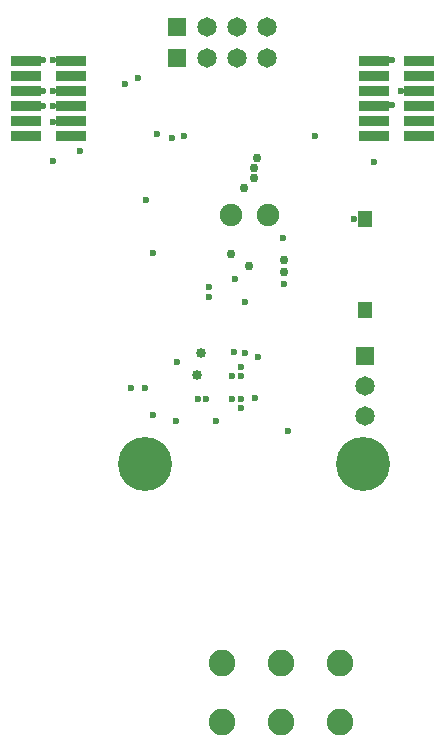
<source format=gbs>
G04*
G04 #@! TF.GenerationSoftware,Altium Limited,Altium Designer,20.0.9 (164)*
G04*
G04 Layer_Color=16711935*
%FSLAX25Y25*%
%MOIN*%
G70*
G01*
G75*
%ADD40C,0.06496*%
%ADD41R,0.06496X0.06496*%
%ADD42R,0.06496X0.06496*%
%ADD43C,0.18012*%
%ADD44C,0.08858*%
%ADD45C,0.07480*%
%ADD46C,0.02362*%
%ADD47C,0.02953*%
%ADD48C,0.03347*%
%ADD62R,0.04528X0.05512*%
%ADD63R,0.10039X0.03583*%
D40*
X124409Y109134D02*
D03*
Y119134D02*
D03*
X71890Y228346D02*
D03*
X81890Y228346D02*
D03*
X91890D02*
D03*
X71890Y238583D02*
D03*
X81890D02*
D03*
X91890D02*
D03*
D41*
X124409Y129134D02*
D03*
D42*
X61890Y228346D02*
D03*
Y238583D02*
D03*
D43*
X51142Y92913D02*
D03*
X123976D02*
D03*
D44*
X76732Y26772D02*
D03*
X96417D02*
D03*
X116102D02*
D03*
X76732Y7087D02*
D03*
X96417Y7087D02*
D03*
X116102Y7087D02*
D03*
D45*
X79921Y175984D02*
D03*
X92126D02*
D03*
D46*
X61380Y107443D02*
D03*
X51575Y181102D02*
D03*
X64173Y202362D02*
D03*
X107874D02*
D03*
X60236Y201575D02*
D03*
X55118Y203150D02*
D03*
X46457Y118504D02*
D03*
X87662Y114950D02*
D03*
X48778Y221805D02*
D03*
X44412Y219810D02*
D03*
X97244Y168504D02*
D03*
X53937Y163386D02*
D03*
X127559Y193701D02*
D03*
X84646Y146850D02*
D03*
X98819Y103937D02*
D03*
X29528Y197244D02*
D03*
X20490Y194134D02*
D03*
X133465Y227559D02*
D03*
Y212598D02*
D03*
X136614Y217323D02*
D03*
X84646Y129921D02*
D03*
X88976Y128740D02*
D03*
X80709Y130315D02*
D03*
X83071Y125197D02*
D03*
Y122441D02*
D03*
X80315D02*
D03*
Y114567D02*
D03*
X83071D02*
D03*
Y111811D02*
D03*
X97638Y153150D02*
D03*
X74803Y107480D02*
D03*
X53937Y109449D02*
D03*
X71653Y114567D02*
D03*
X68898D02*
D03*
X81102Y154724D02*
D03*
X120866Y174803D02*
D03*
X61811Y127165D02*
D03*
X51181Y118504D02*
D03*
X20472Y207087D02*
D03*
Y212205D02*
D03*
Y227559D02*
D03*
X17323D02*
D03*
Y212205D02*
D03*
X20472Y217323D02*
D03*
X72441Y151969D02*
D03*
Y148819D02*
D03*
X17323Y217323D02*
D03*
D47*
X84252Y185039D02*
D03*
X87469Y191629D02*
D03*
X87402Y188189D02*
D03*
X79921Y162992D02*
D03*
X85827Y159055D02*
D03*
X97638Y157087D02*
D03*
Y161024D02*
D03*
X88583Y194882D02*
D03*
D48*
X69710Y130085D02*
D03*
X68624Y122764D02*
D03*
D62*
X124409Y174705D02*
D03*
Y144193D02*
D03*
D63*
X26378Y227362D02*
D03*
X11378Y227362D02*
D03*
X26378Y222362D02*
D03*
X11378D02*
D03*
X26378Y217362D02*
D03*
X11378D02*
D03*
X26378Y212362D02*
D03*
X11378Y212362D02*
D03*
X26378Y207362D02*
D03*
X11378D02*
D03*
X26378Y202362D02*
D03*
X11378Y202362D02*
D03*
X142559Y227362D02*
D03*
X127559Y227362D02*
D03*
X142559Y222362D02*
D03*
X127559D02*
D03*
X142559Y217362D02*
D03*
X127559Y217362D02*
D03*
X142559Y212362D02*
D03*
X127559D02*
D03*
X142559Y207362D02*
D03*
X127559D02*
D03*
X142559Y202362D02*
D03*
X127559Y202362D02*
D03*
M02*

</source>
